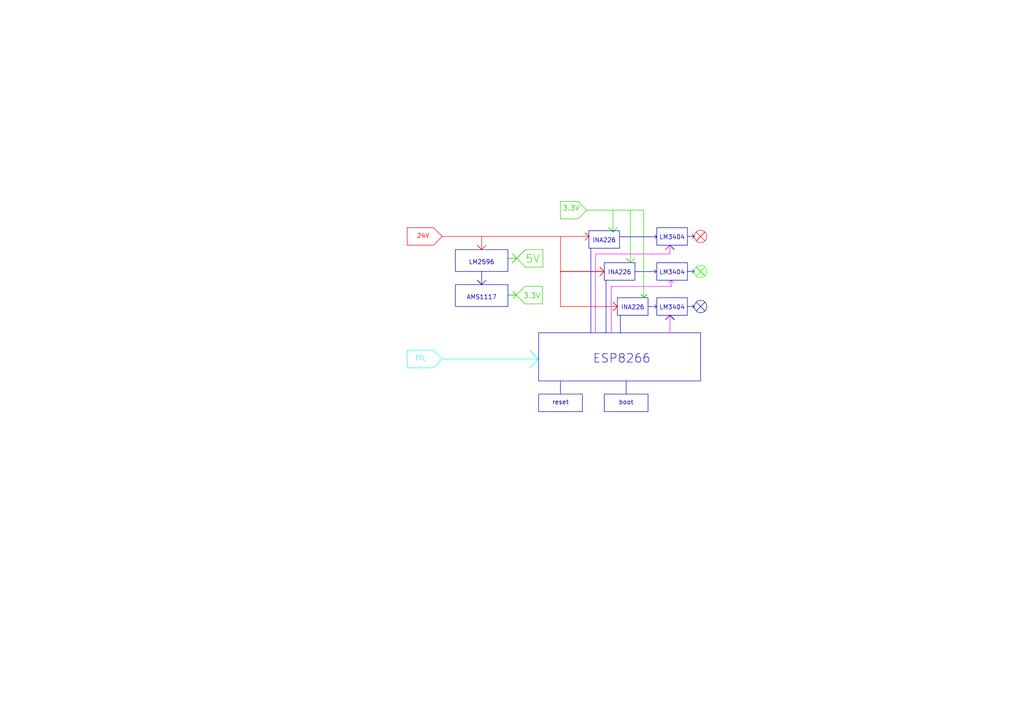
<source format=kicad_sch>
(kicad_sch
	(version 20231120)
	(generator "eeschema")
	(generator_version "8.0")
	(uuid "b067b27b-4d22-4b91-821e-de3546a7db77")
	(paper "A4")
	(lib_symbols)
	(polyline
		(pts
			(xy 199.39 88.9) (xy 201.296 88.9)
		)
		(stroke
			(width 0)
			(type default)
		)
		(uuid "0015404b-9b9c-4541-9f08-7136fda7c6e3")
	)
	(polyline
		(pts
			(xy 147.3718 85.5927) (xy 147.3545 85.5754)
		)
		(stroke
			(width 0)
			(type default)
			(color 39 209 0 1)
		)
		(uuid "009cb3dc-bc89-4872-9f53-0dfa6812c410")
	)
	(polyline
		(pts
			(xy 193.04 72.39) (xy 194.31 71.12)
		)
		(stroke
			(width 0)
			(type default)
			(color 255 0 251 1)
		)
		(uuid "00e04190-2cc8-4dda-b920-562922e31958")
	)
	(polyline
		(pts
			(xy 173.99 77.47) (xy 175.26 78.74)
		)
		(stroke
			(width 0)
			(type default)
			(color 255 0 0 1)
		)
		(uuid "026df80d-5b97-4dc3-a36a-db74dcc039bb")
	)
	(polyline
		(pts
			(xy 201.3051 68.5891) (xy 201.3051 68.5534)
		)
		(stroke
			(width 0)
			(type default)
		)
		(uuid "03c9f7af-f3c9-4bba-a9d8-a717560f846a")
	)
	(polyline
		(pts
			(xy 139.7 82.55) (xy 140.97 81.28)
		)
		(stroke
			(width 0)
			(type default)
		)
		(uuid "046ce44d-48a8-4543-afa2-b1bf371b6628")
	)
	(polyline
		(pts
			(xy 201.93 77.47) (xy 204.47 80.01)
		)
		(stroke
			(width 0)
			(type default)
			(color 28 255 0 1)
		)
		(uuid "05676ef0-0338-4eaa-b40d-b522f08ac808")
	)
	(polyline
		(pts
			(xy 201.3051 88.8734) (xy 200.8293 88.3976)
		)
		(stroke
			(width 0)
			(type default)
		)
		(uuid "0692708c-af54-4c7a-9bbe-998afadf18f4")
	)
	(polyline
		(pts
			(xy 171.3742 71.9618) (xy 171.3742 96.4442)
		)
		(stroke
			(width 0)
			(type default)
		)
		(uuid "09a89f4d-2694-4a7a-a814-3df0395123b0")
	)
	(polyline
		(pts
			(xy 118.11 66.04) (xy 125.73 66.04)
		)
		(stroke
			(width 0)
			(type default)
			(color 255 0 0 1)
		)
		(uuid "09d134df-173c-499b-a689-6fe0b6304339")
	)
	(polyline
		(pts
			(xy 200.8412 68.0776) (xy 201.3408 68.5772)
		)
		(stroke
			(width 0)
			(type default)
		)
		(uuid "09f9de97-9b6b-427c-b0ed-9ebc269ac733")
	)
	(polyline
		(pts
			(xy 181.61 74.93) (xy 182.88 76.2)
		)
		(stroke
			(width 0)
			(type default)
			(color 39 209 0 1)
		)
		(uuid "0cbf5477-5410-47eb-ab71-2e4bbcda2c1c")
	)
	(polyline
		(pts
			(xy 162.56 63.5) (xy 162.56 58.42)
		)
		(stroke
			(width 0)
			(type default)
			(color 39 209 0 1)
		)
		(uuid "0d33e50b-6caa-4d42-8a51-77c838436c1e")
	)
	(polyline
		(pts
			(xy 149.8131 85.5522) (xy 149.8131 85.5421)
		)
		(stroke
			(width 0)
			(type default)
			(color 39 209 0 1)
		)
		(uuid "0d7d9b00-e4cb-4e12-8407-aa2a7f57c375")
	)
	(polyline
		(pts
			(xy 149.7741 85.5927) (xy 147.3718 85.5927)
		)
		(stroke
			(width 0)
			(type default)
			(color 39 209 0 1)
		)
		(uuid "100f151a-2fb3-4153-ae4e-99660d012447")
	)
	(polyline
		(pts
			(xy 187.96 88.9) (xy 190.3767 88.9035)
		)
		(stroke
			(width 0)
			(type default)
		)
		(uuid "10aa401c-9b42-4c63-8315-2eeab1b8ce10")
	)
	(polyline
		(pts
			(xy 190.3623 78.7775) (xy 189.8865 79.2533)
		)
		(stroke
			(width 0)
			(type default)
		)
		(uuid "113cf28c-d7bd-457e-8f83-5e31141ca0ed")
	)
	(polyline
		(pts
			(xy 172.72 73.66) (xy 189.23 73.66)
		)
		(stroke
			(width 0)
			(type default)
			(color 255 0 251 1)
		)
		(uuid "120cf2cb-7953-4c9b-9ee2-42c4ba199933")
	)
	(polyline
		(pts
			(xy 128.27 68.58) (xy 125.73 71.12)
		)
		(stroke
			(width 0)
			(type default)
			(color 255 0 0 1)
		)
		(uuid "149085fa-5f89-4e85-85fb-dfa09d57da6e")
	)
	(polyline
		(pts
			(xy 128.27 68.58) (xy 170.8063 68.58)
		)
		(stroke
			(width 0)
			(type default)
			(color 255 0 0 1)
		)
		(uuid "186a56d4-ce63-4ba9-9ca3-ea68fec9164e")
	)
	(polyline
		(pts
			(xy 194.31 91.44) (xy 195.58 92.71)
		)
		(stroke
			(width 0)
			(type default)
		)
		(uuid "1a85c78e-f9d2-4b72-88aa-d4d222253c9e")
	)
	(polyline
		(pts
			(xy 194.31 91.44) (xy 195.58 92.71)
		)
		(stroke
			(width 0)
			(type default)
			(color 255 0 251 1)
		)
		(uuid "1bca622b-7654-4e52-a4ab-fbb4eeb5997a")
	)
	(polyline
		(pts
			(xy 186.7235 86.3081) (xy 186.7235 86.2217)
		)
		(stroke
			(width 0)
			(type default)
			(color 39 209 0 1)
		)
		(uuid "1c837764-9b9b-4483-99c8-12e4f5dea7dc")
	)
	(polyline
		(pts
			(xy 193.04 72.39) (xy 194.31 71.12)
		)
		(stroke
			(width 0)
			(type default)
			(color 255 0 251 1)
		)
		(uuid "1d69421d-3c0a-409b-a7cc-799bfc19f3b1")
	)
	(polyline
		(pts
			(xy 170.8201 68.5662) (xy 170.7927 68.5662)
		)
		(stroke
			(width 0)
			(type default)
			(color 255 0 0 1)
		)
		(uuid "1df9e527-5fef-4562-9119-278bec49f2c1")
	)
	(polyline
		(pts
			(xy 152.2743 83.058) (xy 157.3543 83.058)
		)
		(stroke
			(width 0)
			(type default)
			(color 39 209 0 1)
		)
		(uuid "1ef91e2c-09de-4eff-9ce7-f98f08bbb6fe")
	)
	(polyline
		(pts
			(xy 199.39 68.58) (xy 201.296 68.58)
		)
		(stroke
			(width 0)
			(type default)
		)
		(uuid "204c5610-ca92-43b6-bd4e-c70bfd6708d8")
	)
	(polyline
		(pts
			(xy 193.04 92.71) (xy 194.31 91.44)
		)
		(stroke
			(width 0)
			(type default)
		)
		(uuid "217fb29b-e566-444a-ac9a-61616ab54cc4")
	)
	(polyline
		(pts
			(xy 190.4807 68.6897) (xy 190.0049 69.1655)
		)
		(stroke
			(width 0)
			(type default)
		)
		(uuid "21866fa3-2918-4a40-805e-afae1d98e266")
	)
	(polyline
		(pts
			(xy 185.9803 85.3921) (xy 186.8272 86.239)
		)
		(stroke
			(width 0)
			(type default)
			(color 39 209 0 1)
		)
		(uuid "23825216-9c6d-4eb6-b479-3d0146296476")
	)
	(polyline
		(pts
			(xy 125.73 101.6) (xy 128.27 104.14)
		)
		(stroke
			(width 0)
			(type default)
			(color 20 255 252 1)
		)
		(uuid "23b0bfb5-c6d3-4e0e-bf4d-b8aad2a857f3")
	)
	(polyline
		(pts
			(xy 177.2885 96.4434) (xy 177.2885 83.103)
		)
		(stroke
			(width 0)
			(type default)
			(color 255 0 251 1)
		)
		(uuid "246bd227-6f24-4010-b3b6-6ee699ebd830")
	)
	(polyline
		(pts
			(xy 177.8 87.63) (xy 179.07 88.9)
		)
		(stroke
			(width 0)
			(type default)
			(color 255 0 0 1)
		)
		(uuid "24f0fbed-9190-435f-a03d-45d49866a330")
	)
	(polyline
		(pts
			(xy 162.56 87.63) (xy 162.56 88.9)
		)
		(stroke
			(width 0)
			(type default)
			(color 255 0 0 1)
		)
		(uuid "258073b7-c890-469e-92fa-ec56e04969a1")
	)
	(polyline
		(pts
			(xy 138.43 71.12) (xy 139.7 72.39)
		)
		(stroke
			(width 0)
			(type default)
			(color 255 0 0 1)
		)
		(uuid "2928d4f4-8531-41ad-a014-84ec59f2b5e8")
	)
	(polyline
		(pts
			(xy 201.3051 68.5534) (xy 200.8293 68.0776)
		)
		(stroke
			(width 0)
			(type default)
		)
		(uuid "2a29ef31-d343-407f-aa41-d126278d321b")
	)
	(polyline
		(pts
			(xy 153.67 101.6) (xy 156.21 104.14)
		)
		(stroke
			(width 0)
			(type default)
			(color 20 255 252 1)
		)
		(uuid "2aec61fd-442a-4425-8c9f-e880102c1d4e")
	)
	(polyline
		(pts
			(xy 148.9255 86.4934) (xy 148.9321 86.4934)
		)
		(stroke
			(width 0)
			(type default)
			(color 39 209 0 1)
		)
		(uuid "30b10665-ba67-482e-9dfe-1c128b75b673")
	)
	(polyline
		(pts
			(xy 177.8 67.31) (xy 179.07 66.04)
		)
		(stroke
			(width 0)
			(type default)
			(color 39 209 0 1)
		)
		(uuid "30df31dd-cbe7-4e7a-81ce-2ff5a4d90c51")
	)
	(polyline
		(pts
			(xy 175.7833 96.4843) (xy 175.2957 96.4843)
		)
		(stroke
			(width 0)
			(type default)
		)
		(uuid "3747b77d-98b5-47e6-9638-3325bfdd3752")
	)
	(polyline
		(pts
			(xy 184.2084 78.7565) (xy 190.3175 78.7565)
		)
		(stroke
			(width 0)
			(type default)
		)
		(uuid "37cc2f1f-6aaf-4df1-83ee-5687d2c585f2")
	)
	(polyline
		(pts
			(xy 152.4 72.39) (xy 157.48 72.39)
		)
		(stroke
			(width 0)
			(type default)
			(color 39 209 0 1)
		)
		(uuid "38228136-4909-4c0f-89e2-541b68e6a18c")
	)
	(polyline
		(pts
			(xy 152.4 77.47) (xy 157.48 77.47)
		)
		(stroke
			(width 0)
			(type default)
			(color 39 209 0 1)
		)
		(uuid "38a3a90e-e04c-4021-98fc-0f62580ad78a")
	)
	(polyline
		(pts
			(xy 173.99 77.47) (xy 175.26 78.74)
		)
		(stroke
			(width 0)
			(type default)
			(color 255 0 0 1)
		)
		(uuid "38c95dca-b738-4c41-a037-c1e873209582")
	)
	(polyline
		(pts
			(xy 201.93 69.85) (xy 204.47 67.31)
		)
		(stroke
			(width 0)
			(type default)
			(color 255 0 5 1)
		)
		(uuid "3a0af154-20cc-471b-9cc6-8489f0638a6f")
	)
	(polyline
		(pts
			(xy 139.7 72.39) (xy 140.97 71.12)
		)
		(stroke
			(width 0)
			(type default)
			(color 255 0 0 1)
		)
		(uuid "3c27aecf-58d5-47cb-8cc8-c836d0cff080")
	)
	(polyline
		(pts
			(xy 167.64 58.42) (xy 162.56 58.42)
		)
		(stroke
			(width 0)
			(type default)
			(color 39 209 0 1)
		)
		(uuid "3c55e7cb-b3c6-4d94-a649-7f380783f3f0")
	)
	(polyline
		(pts
			(xy 147.32 74.93) (xy 149.86 74.93)
		)
		(stroke
			(width 0)
			(type default)
			(color 39 209 0 1)
		)
		(uuid "3d2a24fe-d2d1-4139-88fe-574fd3c98991")
	)
	(polyline
		(pts
			(xy 186.8272 86.239) (xy 186.8272 86.1007)
		)
		(stroke
			(width 0)
			(type default)
			(color 39 209 0 1)
		)
		(uuid "3fe70d0d-2c28-4152-b1de-91ce1c7c2f95")
	)
	(polyline
		(pts
			(xy 177.2885 83.103) (xy 177.2995 83.092)
		)
		(stroke
			(width 0)
			(type default)
		)
		(uuid "4083cb2d-35a1-4bd9-804e-86140e884271")
	)
	(polyline
		(pts
			(xy 193.04 72.39) (xy 194.31 71.12)
		)
		(stroke
			(width 0)
			(type default)
			(color 255 0 251 1)
		)
		(uuid "408a4387-d13e-48c3-941a-4221ed826f0b")
	)
	(polyline
		(pts
			(xy 201.3408 68.601) (xy 200.865 69.0768)
		)
		(stroke
			(width 0)
			(type default)
		)
		(uuid "409c3d8c-a842-4762-9b62-b300b103b07d")
	)
	(polyline
		(pts
			(xy 149.86 74.93) (xy 152.4 72.39)
		)
		(stroke
			(width 0)
			(type default)
			(color 39 209 0 1)
		)
		(uuid "41340bbe-cef6-4a98-aafd-2d52b561d923")
	)
	(polyline
		(pts
			(xy 128.27 104.14) (xy 156.21 104.14)
		)
		(stroke
			(width 0)
			(type default)
			(color 20 255 252 1)
		)
		(uuid "42155fa3-3afd-42dc-8370-6a168c71db22")
	)
	(polyline
		(pts
			(xy 128.27 104.14) (xy 125.73 106.68)
		)
		(stroke
			(width 0)
			(type default)
			(color 20 255 252 1)
		)
		(uuid "428433f4-c1ae-4d48-9b15-3b136b688831")
	)
	(polyline
		(pts
			(xy 179.9289 96.5332) (xy 180.3268 96.5332)
		)
		(stroke
			(width 0)
			(type default)
		)
		(uuid "434aea48-6377-4737-863c-b58f1329ceff")
	)
	(polyline
		(pts
			(xy 162.56 78.74) (xy 175.26 78.74)
		)
		(stroke
			(width 0)
			(type default)
			(color 255 0 0 1)
		)
		(uuid "4432eafa-8988-4af9-9faa-c1e7cf600adf")
	)
	(polyline
		(pts
			(xy 149.8259 85.5754) (xy 149.8432 85.5581)
		)
		(stroke
			(width 0)
			(type default)
			(color 39 209 0 1)
		)
		(uuid "45ef357a-2241-40b2-bda0-cc22e0776321")
	)
	(polyline
		(pts
			(xy 186.7753 86.3254) (xy 186.7246 86.3254)
		)
		(stroke
			(width 0)
			(type default)
			(color 39 209 0 1)
		)
		(uuid "4834709e-fd1e-49f5-919d-4d2737eb653c")
	)
	(polyline
		(pts
			(xy 118.11 66.04) (xy 118.11 71.12)
		)
		(stroke
			(width 0)
			(type default)
			(color 255 0 0 1)
		)
		(uuid "48fb25a6-9b41-41b0-9bd0-5ecad6c88d3d")
	)
	(polyline
		(pts
			(xy 171.3742 96.4442) (xy 171.45 96.52)
		)
		(stroke
			(width 0)
			(type default)
		)
		(uuid "4900c0da-86bf-4337-86c1-64912c69609f")
	)
	(polyline
		(pts
			(xy 170.1223 67.9031) (xy 169.7343 67.5406)
		)
		(stroke
			(width 0)
			(type default)
			(color 255 0 0 1)
		)
		(uuid "491b0a75-be8c-4a8d-98d6-73ccc5d9b226")
	)
	(polyline
		(pts
			(xy 186.7246 86.3254) (xy 186.69 86.36)
		)
		(stroke
			(width 0)
			(type default)
			(color 39 209 0 1)
		)
		(uuid "4aee4c07-9aee-4ff9-bf01-22c2154d3362")
	)
	(polyline
		(pts
			(xy 125.73 66.04) (xy 128.27 68.58)
		)
		(stroke
			(width 0)
			(type default)
			(color 255 0 0 1)
		)
		(uuid "4ba9c0aa-0cee-475e-9466-75735bbbb5fb")
	)
	(polyline
		(pts
			(xy 194.31 71.12) (xy 194.31 73.66)
		)
		(stroke
			(width 0)
			(type default)
			(color 255 0 251 1)
		)
		(uuid "4c48d792-c796-4fdc-83f0-b401c9eaaab1")
	)
	(polyline
		(pts
			(xy 201.93 77.47) (xy 204.47 80.01)
		)
		(stroke
			(width 0)
			(type default)
			(color 28 255 0 1)
		)
		(uuid "4c4aca68-2f88-4577-b3f9-49b370f4aeb5")
	)
	(polyline
		(pts
			(xy 182.88 60.96) (xy 182.88 76.2)
		)
		(stroke
			(width 0)
			(type default)
			(color 39 209 0 1)
		)
		(uuid "4f42b137-9064-4223-bfc6-3aa90f7fbf5d")
	)
	(polyline
		(pts
			(xy 187.553 85.3749) (xy 187.553 85.5477)
		)
		(stroke
			(width 0)
			(type default)
			(color 39 209 0 1)
		)
		(uuid "4fa6ba59-6ed5-44e9-8bb5-194987678b4e")
	)
	(polyline
		(pts
			(xy 138.43 71.12) (xy 139.7 72.39)
		)
		(stroke
			(width 0)
			(type default)
			(color 255 0 0 1)
		)
		(uuid "501754af-14ed-40b4-81d9-4a116e7f67f3")
	)
	(polyline
		(pts
			(xy 177.2995 83.092) (xy 194.6353 83.092)
		)
		(stroke
			(width 0)
			(type default)
			(color 255 0 251 1)
		)
		(uuid "51196e27-7cb2-4c12-8cec-2530302cd753")
	)
	(polyline
		(pts
			(xy 201.93 80.01) (xy 204.47 77.47)
		)
		(stroke
			(width 0)
			(type default)
			(color 28 255 0 1)
		)
		(uuid "5189a8fa-69b1-434b-91c0-73593d7981a6")
	)
	(polyline
		(pts
			(xy 193.8887 81.9882) (xy 194.6321 81.2448)
		)
		(stroke
			(width 0)
			(type default)
			(color 255 0 251 1)
		)
		(uuid "5366ace8-26f9-4d87-a211-5889107db231")
	)
	(polyline
		(pts
			(xy 172.72 73.66) (xy 172.72 96.52)
		)
		(stroke
			(width 0)
			(type default)
			(color 255 0 251 1)
		)
		(uuid "579241ca-721f-4304-a677-57eaff41ee9a")
	)
	(polyline
		(pts
			(xy 139.7 68.58) (xy 139.7 72.39)
		)
		(stroke
			(width 0)
			(type default)
			(color 255 0 0 1)
		)
		(uuid "5af93a71-6ce6-4fa1-b243-939d2a968717")
	)
	(polyline
		(pts
			(xy 194.31 91.44) (xy 194.31 96.52)
		)
		(stroke
			(width 0)
			(type default)
			(color 255 0 251 1)
		)
		(uuid "5cc264a0-d8b7-49a1-8001-48af293b8991")
	)
	(polyline
		(pts
			(xy 201.3051 78.7134) (xy 200.8293 78.2376)
		)
		(stroke
			(width 0)
			(type default)
		)
		(uuid "5d69f75e-ee05-4882-90bc-449a8580f972")
	)
	(polyline
		(pts
			(xy 170.7926 68.5662) (xy 170.7926 68.6282)
		)
		(stroke
			(width 0)
			(type default)
			(color 255 0 0 1)
		)
		(uuid "5f478f69-a8c6-4075-be96-6180ae51a637")
	)
	(polyline
		(pts
			(xy 162.56 110.49) (xy 162.56 114.3)
		)
		(stroke
			(width 0)
			(type default)
		)
		(uuid "60943e8f-7c6a-4231-b448-38527dc27cd0")
	)
	(polyline
		(pts
			(xy 162.56 78.74) (xy 162.56 87.63)
		)
		(stroke
			(width 0)
			(type default)
			(color 255 0 0 1)
		)
		(uuid "611bdb70-2014-4405-ab98-f302f0788065")
	)
	(polyline
		(pts
			(xy 194.6353 83.092) (xy 194.6404 83.0869)
		)
		(stroke
			(width 0)
			(type default)
		)
		(uuid "634463dc-7043-4d39-a4b9-945825455881")
	)
	(polyline
		(pts
			(xy 186.69 86.2746) (xy 186.7235 86.3081)
		)
		(stroke
			(width 0)
			(type default)
			(color 39 209 0 1)
		)
		(uuid "64373504-5e00-4561-8e01-a3979868125d")
	)
	(polyline
		(pts
			(xy 200.8531 69.0768) (xy 200.865 69.0768)
		)
		(stroke
			(width 0)
			(type default)
		)
		(uuid "6642cb24-5197-46c6-96ab-0471d9e85739")
	)
	(polyline
		(pts
			(xy 194.6404 81.2943) (xy 194.5495 81.2943)
		)
		(stroke
			(width 0)
			(type default)
		)
		(uuid "6809dc85-d29a-4807-a14a-42c4b104a015")
	)
	(polyline
		(pts
			(xy 148.8317 84.6077) (xy 149.8097 85.5857)
		)
		(stroke
			(width 0)
			(type default)
			(color 39 209 0 1)
		)
		(uuid "68c67bcf-35df-4d0b-9d35-aa58e767fb04")
	)
	(polyline
		(pts
			(xy 201.296 68.58) (xy 201.3051 68.5891)
		)
		(stroke
			(width 0)
			(type default)
		)
		(uuid "6dd82bdf-e0a7-46c8-9edf-8e633fd736cd")
	)
	(polyline
		(pts
			(xy 194.31 71.12) (xy 195.58 72.39)
		)
		(stroke
			(width 0)
			(type default)
			(color 255 0 251 1)
		)
		(uuid "6e86aa05-4681-4747-bbb0-3bce67fb7c67")
	)
	(polyline
		(pts
			(xy 179.9289 91.5178) (xy 179.9289 96.5332)
		)
		(stroke
			(width 0)
			(type default)
		)
		(uuid "6f6d5089-8a25-4659-a3e9-9765de6d8eab")
	)
	(polyline
		(pts
			(xy 185.8939 85.3921) (xy 185.9803 85.3921)
		)
		(stroke
			(width 0)
			(type default)
			(color 39 209 0 1)
		)
		(uuid "73b64ce8-a5f0-4d92-8f8f-b039356b7055")
	)
	(polyline
		(pts
			(xy 153.67 101.6) (xy 156.21 104.14)
		)
		(stroke
			(width 0)
			(type default)
			(color 20 255 252 1)
		)
		(uuid "73fd2f9b-9539-4348-8db4-70dea29e1878")
	)
	(polyline
		(pts
			(xy 193.04 92.71) (xy 194.31 91.44)
		)
		(stroke
			(width 0)
			(type default)
			(color 255 0 251 1)
		)
		(uuid "74394217-bfec-4818-a24f-2763b283e1c4")
	)
	(polyline
		(pts
			(xy 194.6569 81.2448) (xy 195.3673 81.9552)
		)
		(stroke
			(width 0)
			(type default)
			(color 255 0 251 1)
		)
		(uuid "75232fd9-b0b8-420f-9711-c30b8b7b3976")
	)
	(polyline
		(pts
			(xy 177.8 60.96) (xy 177.8 67.31)
		)
		(stroke
			(width 0)
			(type default)
			(color 39 209 0 1)
		)
		(uuid "75908828-4edf-48f8-a949-eeee8d776c38")
	)
	(polyline
		(pts
			(xy 170.18 60.96) (xy 167.64 58.42)
		)
		(stroke
			(width 0)
			(type default)
			(color 39 209 0 1)
		)
		(uuid "77a9c8ce-34d1-46ae-a23f-f72d7ccb500a")
	)
	(polyline
		(pts
			(xy 201.93 77.47) (xy 204.47 80.01)
		)
		(stroke
			(width 0)
			(type default)
			(color 28 255 0 1)
		)
		(uuid "77fbdfd7-66cc-4350-bd67-5dfb34054655")
	)
	(polyline
		(pts
			(xy 148.59 76.2) (xy 149.86 74.93)
		)
		(stroke
			(width 0)
			(type default)
			(color 39 209 0 1)
		)
		(uuid "7d60b7da-5256-4df4-bbf3-d59598e354c1")
	)
	(polyline
		(pts
			(xy 138.43 81.28) (xy 139.7 82.55)
		)
		(stroke
			(width 0)
			(type default)
		)
		(uuid "7f0eae55-4f01-4f11-bba8-26a9e7aa1d14")
	)
	(polyline
		(pts
			(xy 194.31 91.44) (xy 195.58 92.71)
		)
		(stroke
			(width 0)
			(type default)
		)
		(uuid "81184eb3-5fac-4a0f-8136-7a50e3d274db")
	)
	(polyline
		(pts
			(xy 170.8424 68.5944) (xy 169.9351 69.4441)
		)
		(stroke
			(width 0)
			(type default)
			(color 255 0 0 1)
		)
		(uuid "879d6688-c755-426a-a24d-81c58a28cd6c")
	)
	(polyline
		(pts
			(xy 180.3268 96.5332) (xy 180.34 96.52)
		)
		(stroke
			(width 0)
			(type default)
		)
		(uuid "8b7803f0-b142-4cae-b69a-afea43151b0b")
	)
	(polyline
		(pts
			(xy 148.59 73.66) (xy 149.86 74.93)
		)
		(stroke
			(width 0)
			(type default)
			(color 39 209 0 1)
		)
		(uuid "8bb3492a-4858-42f9-99b5-47b7662f1b78")
	)
	(polyline
		(pts
			(xy 177.8 90.17) (xy 179.07 88.9)
		)
		(stroke
			(width 0)
			(type default)
			(color 255 0 0 1)
		)
		(uuid "8c27a201-617c-4346-b547-f9cb64bcb778")
	)
	(polyline
		(pts
			(xy 194.31 91.44) (xy 195.58 92.71)
		)
		(stroke
			(width 0)
			(type default)
			(color 255 0 251 1)
		)
		(uuid "8ec7021c-1813-4cd1-8bb5-4136fffe42b7")
	)
	(polyline
		(pts
			(xy 186.8272 86.1007) (xy 187.553 85.3749)
		)
		(stroke
			(width 0)
			(type default)
			(color 39 209 0 1)
		)
		(uuid "90d82ac5-8bf4-449a-b783-b4b1abb38f1d")
	)
	(polyline
		(pts
			(xy 175.7779 81.292) (xy 175.7779 96.4789)
		)
		(stroke
			(width 0)
			(type default)
		)
		(uuid "90f60b86-1366-4ee0-961c-98d3b6507f3a")
	)
	(polyline
		(pts
			(xy 187.553 85.5477) (xy 186.7753 86.3254)
		)
		(stroke
			(width 0)
			(type default)
			(color 39 209 0 1)
		)
		(uuid "91b6bb64-09e1-4061-9675-466e3340da7b")
	)
	(polyline
		(pts
			(xy 201.93 90.17) (xy 204.47 87.63)
		)
		(stroke
			(width 0)
			(type default)
		)
		(uuid "9322bdd0-24e9-4307-a05c-ff792b849a88")
	)
	(polyline
		(pts
			(xy 169.7343 67.5406) (xy 170.7926 68.5662)
		)
		(stroke
			(width 0)
			(type default)
			(color 255 0 0 1)
		)
		(uuid "93ac8e50-4f23-45a8-843d-f703256a1f90")
	)
	(polyline
		(pts
			(xy 167.64 63.5) (xy 162.56 63.5)
		)
		(stroke
			(width 0)
			(type default)
			(color 39 209 0 1)
		)
		(uuid "9a7ef842-1018-4fd6-80b3-974933c35d90")
	)
	(polyline
		(pts
			(xy 194.31 91.44) (xy 195.58 92.71)
		)
		(stroke
			(width 0)
			(type default)
		)
		(uuid "9a96a598-bfab-4f6e-a4db-efb0f2a009c1")
	)
	(polyline
		(pts
			(xy 139.7 78.74) (xy 139.7 82.55)
		)
		(stroke
			(width 0)
			(type default)
		)
		(uuid "9ae7e0bb-bac3-4731-9cc0-4a54782438db")
	)
	(polyline
		(pts
			(xy 194.31 91.44) (xy 195.58 92.71)
		)
		(stroke
			(width 0)
			(type default)
			(color 255 0 251 1)
		)
		(uuid "9b4d22bd-2444-4b27-af72-411d321863b4")
	)
	(polyline
		(pts
			(xy 201.3408 68.5772) (xy 201.3408 68.601)
		)
		(stroke
			(width 0)
			(type default)
		)
		(uuid "9cbc036f-67b4-434c-8a49-dfb00813af78")
	)
	(polyline
		(pts
			(xy 177.8 90.17) (xy 179.07 88.9)
		)
		(stroke
			(width 0)
			(type default)
			(color 255 0 0 1)
		)
		(uuid "9d11bd7d-6438-44fa-b442-68c401694f8b")
	)
	(polyline
		(pts
			(xy 175.2957 96.4843) (xy 175.26 96.52)
		)
		(stroke
			(width 0)
			(type default)
		)
		(uuid "9d18e6f0-f7cc-4d7c-a9dc-adc947afe146")
	)
	(polyline
		(pts
			(xy 148.8317 84.5607) (xy 148.8317 84.6077)
		)
		(stroke
			(width 0)
			(type default)
			(color 39 209 0 1)
		)
		(uuid "9e05a5a3-138e-4f5b-8050-24112d2ffbc0")
	)
	(polyline
		(pts
			(xy 149.86 74.93) (xy 152.4 72.39)
		)
		(stroke
			(width 0)
			(type default)
			(color 39 209 0 1)
		)
		(uuid "a2e13342-a891-4c05-be88-42635e3718f2")
	)
	(polyline
		(pts
			(xy 147.32 74.93) (xy 149.86 74.93)
		)
		(stroke
			(width 0)
			(type default)
			(color 39 209 0 1)
		)
		(uuid "a2f8f384-46d0-48b4-b082-0d76788c341d")
	)
	(polyline
		(pts
			(xy 176.53 66.04) (xy 177.8 67.31)
		)
		(stroke
			(width 0)
			(type default)
			(color 39 209 0 1)
		)
		(uuid "a5d3bbf7-b80c-414b-8503-6cc8dae14102")
	)
	(polyline
		(pts
			(xy 194.31 91.44) (xy 195.58 92.71)
		)
		(stroke
			(width 0)
			(type default)
		)
		(uuid "a783d3c6-4cbe-4709-88c5-c8b992fea3ff")
	)
	(polyline
		(pts
			(xy 162.56 88.9) (xy 179.07 88.9)
		)
		(stroke
			(width 0)
			(type default)
			(color 255 0 0 1)
		)
		(uuid "a80ad5ac-2f62-44e2-bc1d-2e1b6b4298c0")
	)
	(polyline
		(pts
			(xy 149.86 74.93) (xy 152.4 77.47)
		)
		(stroke
			(width 0)
			(type default)
			(color 39 209 0 1)
		)
		(uuid "a85b77b4-c6a9-486b-9561-f70a08b42141")
	)
	(polyline
		(pts
			(xy 190.3858 88.8769) (xy 189.91 88.4011)
		)
		(stroke
			(width 0)
			(type default)
		)
		(uuid "ab840409-57af-43a2-8f23-452b22c31dc3")
	)
	(polyline
		(pts
			(xy 157.48 72.39) (xy 157.48 77.47)
		)
		(stroke
			(width 0)
			(type default)
			(color 39 209 0 1)
		)
		(uuid "b099f11f-5a7c-4707-9017-ffb79403a50f")
	)
	(polyline
		(pts
			(xy 118.11 101.6) (xy 125.73 101.6)
		)
		(stroke
			(width 0)
			(type default)
			(color 20 255 252 1)
		)
		(uuid "b38927e3-f845-4dda-8993-c75280ddd34e")
	)
	(polyline
		(pts
			(xy 201.93 77.47) (xy 204.47 80.01)
		)
		(stroke
			(width 0)
			(type default)
			(color 28 255 0 1)
		)
		(uuid "b49e9444-2203-4b57-be88-cb7d7e700381")
	)
	(polyline
		(pts
			(xy 194.31 71.12) (xy 195.58 72.39)
		)
		(stroke
			(width 0)
			(type default)
		)
		(uuid "b5150f9a-f806-4beb-ba15-1aade9d8dd71")
	)
	(polyline
		(pts
			(xy 175.7779 96.4789) (xy 175.7833 96.4843)
		)
		(stroke
			(width 0)
			(type default)
		)
		(uuid "b5fb4fc8-5d1f-4bcb-ac7c-f8cff53ea735")
	)
	(polyline
		(pts
			(xy 201.93 67.31) (xy 204.47 69.85)
		)
		(stroke
			(width 0)
			(type default)
			(color 255 14 0 1)
		)
		(uuid "b6427986-5ff3-49e6-87db-413a97198eb8")
	)
	(polyline
		(pts
			(xy 170.7927 68.5662) (xy 170.1223 67.9031)
		)
		(stroke
			(width 0)
			(type default)
			(color 255 0 0 1)
		)
		(uuid "b9276085-21e5-478b-98d5-090d0c78bbe6")
	)
	(polyline
		(pts
			(xy 176.53 66.04) (xy 177.8 67.31)
		)
		(stroke
			(width 0)
			(type default)
			(color 39 209 0 1)
		)
		(uuid "b9386594-c2ae-4fe7-a14c-10c3d6f65ed6")
	)
	(polyline
		(pts
			(xy 201.3408 78.761) (xy 200.865 79.2368)
		)
		(stroke
			(width 0)
			(type default)
		)
		(uuid "bbf7487d-3073-4163-ac97-2d98b23cbc6d")
	)
	(polyline
		(pts
			(xy 190.445 68.6421) (xy 189.9692 68.1663)
		)
		(stroke
			(width 0)
			(type default)
		)
		(uuid "bd78c7d0-6012-44b2-9a1a-3a801475355a")
	)
	(polyline
		(pts
			(xy 201.3408 88.921) (xy 200.865 89.3968)
		)
		(stroke
			(width 0)
			(type default)
		)
		(uuid "bf0664b0-4206-4876-8d40-26446d97435e")
	)
	(polyline
		(pts
			(xy 181.61 74.93) (xy 182.88 76.2)
		)
		(stroke
			(width 0)
			(type default)
			(color 39 209 0 1)
		)
		(uuid "c052b4e9-6151-425e-a138-8db0812b4d24")
	)
	(polyline
		(pts
			(xy 170.18 60.96) (xy 167.64 63.5)
		)
		(stroke
			(width 0)
			(type default)
			(color 39 209 0 1)
		)
		(uuid "c1040d8e-5ed0-4313-ae5e-f4f21d0df723")
	)
	(polyline
		(pts
			(xy 149.7343 85.598) (xy 152.2743 88.138)
		)
		(stroke
			(width 0)
			(type default)
			(color 39 209 0 1)
		)
		(uuid "c2f239d0-a630-4ef3-9580-514ea75c3032")
	)
	(polyline
		(pts
			(xy 190.3266 78.7299) (xy 189.8508 78.2541)
		)
		(stroke
			(width 0)
			(type default)
		)
		(uuid "c3e886b2-e820-4d97-9097-2fbc4a053f92")
	)
	(polyline
		(pts
			(xy 118.11 106.68) (xy 125.73 106.68)
		)
		(stroke
			(width 0)
			(type default)
			(color 20 255 252 1)
		)
		(uuid "c40a2b37-e09b-4aa7-8333-5f3a8ac9f20a")
	)
	(polyline
		(pts
			(xy 190.4215 88.9245) (xy 189.9457 89.4003)
		)
		(stroke
			(width 0)
			(type default)
		)
		(uuid "c41d9ec6-702d-4a27-8969-ca3b39c0817c")
	)
	(polyline
		(pts
			(xy 201.93 69.85) (xy 204.47 67.31)
		)
		(stroke
			(width 0)
			(type default)
			(color 255 0 5 1)
		)
		(uuid "c532003a-cb2f-4e70-a3db-b2b1722f9618")
	)
	(polyline
		(pts
			(xy 169.9351 69.4441) (xy 169.6716 69.711)
		)
		(stroke
			(width 0)
			(type default)
			(color 255 0 0 1)
		)
		(uuid "c874e649-5e9d-4192-aa0a-a698bb46d0bd")
	)
	(polyline
		(pts
			(xy 200.8293 68.0776) (xy 200.8412 68.0776)
		)
		(stroke
			(width 0)
			(type default)
		)
		(uuid "cad38a96-a52e-401e-9485-2bb07d7ec1e3")
	)
	(polyline
		(pts
			(xy 149.7343 85.598) (xy 152.2743 83.058)
		)
		(stroke
			(width 0)
			(type default)
			(color 39 209 0 1)
		)
		(uuid "cc55eb8a-89e6-4dc1-ad3f-5100939b52be")
	)
	(polyline
		(pts
			(xy 138.43 81.28) (xy 139.7 82.55)
		)
		(stroke
			(width 0)
			(type default)
		)
		(uuid "cc90cbfe-cfd0-4d9f-8547-29cf8b268432")
	)
	(polyline
		(pts
			(xy 149.8064 85.6091) (xy 149.8064 85.6125)
		)
		(stroke
			(width 0)
			(type default)
			(color 39 209 0 1)
		)
		(uuid "ce4c38ab-2581-4379-86fc-e4e81ae6a4ef")
	)
	(polyline
		(pts
			(xy 173.99 80.01) (xy 175.26 78.74)
		)
		(stroke
			(width 0)
			(type default)
			(color 255 0 0 1)
		)
		(uuid "cfb1ee0a-3aa4-474d-beac-52e7bce412b7")
	)
	(polyline
		(pts
			(xy 157.3543 83.058) (xy 157.3543 88.138)
		)
		(stroke
			(width 0)
			(type default)
			(color 39 209 0 1)
		)
		(uuid "cfb934c2-9d85-4f5f-b479-da4021625c27")
	)
	(polyline
		(pts
			(xy 118.11 71.12) (xy 125.73 71.12)
		)
		(stroke
			(width 0)
			(type default)
			(color 255 0 0 1)
		)
		(uuid "d17b6f5e-a4ca-4743-aca3-a873d04763bf")
	)
	(polyline
		(pts
			(xy 162.56 78.74) (xy 175.26 78.74)
		)
		(stroke
			(width 0)
			(type default)
			(color 255 0 0 1)
		)
		(uuid "d35b6e6d-5116-40dc-97af-01e60dd6df53")
	)
	(polyline
		(pts
			(xy 148.59 76.2) (xy 149.86 74.93)
		)
		(stroke
			(width 0)
			(type default)
			(color 39 209 0 1)
		)
		(uuid "d4798f3f-8c3f-4b94-a6ff-23c266ac5494")
	)
	(polyline
		(pts
			(xy 148.9321 86.4934) (xy 148.969 86.4565)
		)
		(stroke
			(width 0)
			(type default)
			(color 39 209 0 1)
		)
		(uuid "d619dbfe-607d-49be-8467-fdf41adb8139")
	)
	(polyline
		(pts
			(xy 201.93 77.47) (xy 204.47 80.01)
		)
		(stroke
			(width 0)
			(type default)
			(color 28 255 0 1)
		)
		(uuid "d699ef60-4fbc-453c-8b01-881b1a1ff460")
	)
	(polyline
		(pts
			(xy 170.18 60.96) (xy 186.69 60.96)
		)
		(stroke
			(width 0)
			(type default)
			(color 39 209 0 1)
		)
		(uuid "da469dff-0f07-496f-aca5-3ed3cfcccfd2")
	)
	(polyline
		(pts
			(xy 186.7235 86.2217) (xy 185.8939 85.3921)
		)
		(stroke
			(width 0)
			(type default)
			(color 39 209 0 1)
		)
		(uuid "daf0df9a-62e0-47e2-a0d6-e7a490104da2")
	)
	(polyline
		(pts
			(xy 148.59 73.66) (xy 149.86 74.93)
		)
		(stroke
			(width 0)
			(type default)
			(color 39 209 0 1)
		)
		(uuid "ddc03731-6172-4e60-94c8-7dd4b307d94f")
	)
	(polyline
		(pts
			(xy 173.99 80.01) (xy 175.26 78.74)
		)
		(stroke
			(width 0)
			(type default)
			(color 255 0 0 1)
		)
		(uuid "e2f1d320-c3aa-43a0-a06a-e48b680da97f")
	)
	(polyline
		(pts
			(xy 118.11 101.6) (xy 118.11 106.68)
		)
		(stroke
			(width 0)
			(type default)
			(color 20 255 252 1)
		)
		(uuid "e3de0a91-9cb8-44e7-a3ed-f51eefdc3e5b")
	)
	(polyline
		(pts
			(xy 170.8063 68.58) (xy 170.8201 68.5662)
		)
		(stroke
			(width 0)
			(type default)
			(color 255 0 0 1)
		)
		(uuid "e569fb34-dbaf-4809-bd7f-945cfdeb5db5")
	)
	(polyline
		(pts
			(xy 153.67 106.68) (xy 156.21 104.14)
		)
		(stroke
			(width 0)
			(type default)
			(color 20 255 252 1)
		)
		(uuid "e6644492-7303-4219-a63f-08645ecf2e5e")
	)
	(polyline
		(pts
			(xy 149.8131 85.5421) (xy 148.8317 84.5607)
		)
		(stroke
			(width 0)
			(type default)
			(color 39 209 0 1)
		)
		(uuid "e90847e4-95c2-4d0a-9905-80f78a2ab3b8")
	)
	(polyline
		(pts
			(xy 177.8 87.63) (xy 179.07 88.9)
		)
		(stroke
			(width 0)
			(type default)
			(color 255 0 0 1)
		)
		(uuid "e9b125e6-5d47-48f8-ba7d-cab73b5cc3fb")
	)
	(polyline
		(pts
			(xy 194.6321 81.2448) (xy 194.6569 81.2448)
		)
		(stroke
			(width 0)
			(type default)
		)
		(uuid "ed730fd1-6d1a-4b0f-b058-bb22d6762af7")
	)
	(polyline
		(pts
			(xy 189.23 73.66) (xy 194.31 73.66)
		)
		(stroke
			(width 0)
			(type default)
			(color 255 0 251 1)
		)
		(uuid "eed6bd32-1532-4f37-a2c8-f37bfba6b4d4")
	)
	(polyline
		(pts
			(xy 162.56 68.58) (xy 162.56 78.74)
		)
		(stroke
			(width 0)
			(type default)
			(color 255 0 0 1)
		)
		(uuid "eef33fe5-c25c-4682-a6bd-e41d2de4db85")
	)
	(polyline
		(pts
			(xy 186.69 60.96) (xy 186.69 86.2746)
		)
		(stroke
			(width 0)
			(type default)
			(color 39 209 0 1)
		)
		(uuid "f0b7d6b7-3bc1-4f00-a129-1c6f91a56484")
	)
	(polyline
		(pts
			(xy 179.7093 68.6687) (xy 190.4359 68.6687)
		)
		(stroke
			(width 0)
			(type default)
		)
		(uuid "f0cd02a0-79b1-4f0d-b3c2-01f15ab2bfc1")
	)
	(polyline
		(pts
			(xy 181.61 110.49) (xy 181.61 114.3)
		)
		(stroke
			(width 0)
			(type default)
		)
		(uuid "f318f723-20d6-446e-8292-97b5ae589bd5")
	)
	(polyline
		(pts
			(xy 199.39 78.74) (xy 201.296 78.74)
		)
		(stroke
			(width 0)
			(type default)
		)
		(uuid "f547ca8a-1b7f-4dbb-b920-ea9df49ee2c8")
	)
	(polyline
		(pts
			(xy 194.6404 81.2943) (xy 194.6404 83.0869)
		)
		(stroke
			(width 0)
			(type default)
			(color 255 0 251 1)
		)
		(uuid "f9857c5a-af1c-4ed9-a4cc-f4b08af99185")
	)
	(polyline
		(pts
			(xy 182.88 76.2) (xy 184.15 74.93)
		)
		(stroke
			(width 0)
			(type default)
			(color 39 209 0 1)
		)
		(uuid "f98bbecb-5019-4349-bc52-e72034aac390")
	)
	(polyline
		(pts
			(xy 147.3545 85.5754) (xy 149.8259 85.5754)
		)
		(stroke
			(width 0)
			(type default)
			(color 39 209 0 1)
		)
		(uuid "f9de9fcd-adda-4369-a579-610f43491a14")
	)
	(polyline
		(pts
			(xy 152.2743 88.138) (xy 157.3543 88.138)
		)
		(stroke
			(width 0)
			(type default)
			(color 39 209 0 1)
		)
		(uuid "fb8a7bb3-16ca-48e5-9426-aed326883285")
	)
	(polyline
		(pts
			(xy 201.93 87.63) (xy 204.47 90.17)
		)
		(stroke
			(width 0)
			(type default)
		)
		(uuid "fc4735b7-3ab4-4aee-8577-0b716e2c22e4")
	)
	(polyline
		(pts
			(xy 149.8064 85.6125) (xy 148.9255 86.4934)
		)
		(stroke
			(width 0)
			(type default)
			(color 39 209 0 1)
		)
		(uuid "fc92468a-311a-49b0-b491-c7e302a18f21")
	)
	(rectangle
		(start 132.08 82.55)
		(end 147.32 88.9)
		(stroke
			(width 0)
			(type default)
		)
		(fill
			(type none)
		)
		(uuid 14e9a16f-1dfa-4d1e-9b88-fc64fa8401f4)
	)
	(rectangle
		(start 175.26 76.2)
		(end 184.15 81.28)
		(stroke
			(width 0)
			(type default)
		)
		(fill
			(type none)
		)
		(uuid 14f04d6f-e5ed-43ac-b407-8cad66c9aae5)
	)
	(circle
		(center 203.2 68.58)
		(radius 1.7961)
		(stroke
			(width 0)
			(type default)
			(color 255 0 5 1)
		)
		(fill
			(type none)
		)
		(uuid 2a3d5580-5791-4122-9f45-e37e7f434765)
	)
	(circle
		(center 203.2 78.74)
		(radius 1.7961)
		(stroke
			(width 0)
			(type default)
			(color 28 255 0 1)
		)
		(fill
			(type none)
		)
		(uuid 3f56d91f-6244-4835-bfed-3af1b8a258d6)
	)
	(rectangle
		(start 190.5 66.04)
		(end 199.39 71.12)
		(stroke
			(width 0)
			(type default)
		)
		(fill
			(type none)
		)
		(uuid 53f5a3e0-695a-4ae4-bf1a-6c2f2967910a)
	)
	(rectangle
		(start 175.26 114.3)
		(end 187.96 119.38)
		(stroke
			(width 0)
			(type default)
		)
		(fill
			(type none)
		)
		(uuid 59e2cac1-2ce2-4b57-8793-0835495bf4b1)
	)
	(rectangle
		(start 190.5 76.2)
		(end 199.39 81.28)
		(stroke
			(width 0)
			(type default)
		)
		(fill
			(type none)
		)
		(uuid 661ef14f-9032-41a7-bef1-f0c6a76950d9)
	)
	(rectangle
		(start 132.08 72.39)
		(end 147.32 78.74)
		(stroke
			(width 0)
			(type default)
		)
		(fill
			(type none)
		)
		(uuid 695b76b2-3112-42c4-be57-535015dd63fa)
	)
	(rectangle
		(start 156.21 96.52)
		(end 203.2 110.49)
		(stroke
			(width 0)
			(type default)
		)
		(fill
			(type none)
		)
		(uuid b0b25478-f5e5-49ff-a992-e6441f53d9d7)
	)
	(circle
		(center 203.2 88.9)
		(radius 1.7961)
		(stroke
			(width 0)
			(type default)
		)
		(fill
			(type none)
		)
		(uuid bc1372f6-4a17-4300-845b-2d9b7ec8b58f)
	)
	(rectangle
		(start 179.07 86.36)
		(end 187.96 91.44)
		(stroke
			(width 0)
			(type default)
		)
		(fill
			(type none)
		)
		(uuid c26e0502-0cee-4811-96be-46103ef316c2)
	)
	(rectangle
		(start 170.8084 66.9195)
		(end 179.6984 71.9995)
		(stroke
			(width 0)
			(type default)
		)
		(fill
			(type none)
		)
		(uuid d4b94c4b-1347-4171-b219-af693296993c)
	)
	(rectangle
		(start 190.5 86.36)
		(end 199.39 91.44)
		(stroke
			(width 0)
			(type default)
		)
		(fill
			(type none)
		)
		(uuid e529bc76-0600-4aa9-a249-9d930f0d57ba)
	)
	(rectangle
		(start 156.21 114.3)
		(end 168.91 119.38)
		(stroke
			(width 0)
			(type default)
		)
		(fill
			(type none)
		)
		(uuid eba0e832-9ba9-4388-b2c1-792d5c5cf11e)
	)
	(text "AMS1117"
		(exclude_from_sim no)
		(at 139.7 86.36 0)
		(effects
			(font
				(size 1.27 1.27)
			)
		)
		(uuid "144b30f1-5a68-4766-bff9-a6e6771655c8")
	)
	(text "TTL"
		(exclude_from_sim no)
		(at 121.92 104.14 0)
		(effects
			(font
				(size 1.27 1.27)
				(color 30 235 255 1)
			)
		)
		(uuid "1515568a-5988-4ebe-9ccb-e28f4605a882")
	)
	(text "LM3404"
		(exclude_from_sim no)
		(at 194.9516 79.1305 0)
		(effects
			(font
				(size 1.27 1.27)
			)
		)
		(uuid "27518902-741f-48ab-a3a2-5084530361ab")
	)
	(text "LM3404"
		(exclude_from_sim no)
		(at 194.9516 68.9705 0)
		(effects
			(font
				(size 1.27 1.27)
			)
		)
		(uuid "29a0db62-2a5b-4f7f-bf58-da63f4b72a25")
	)
	(text "reset"
		(exclude_from_sim no)
		(at 162.56 116.84 0)
		(effects
			(font
				(size 1.27 1.27)
			)
		)
		(uuid "6bb1b57f-63e2-4ba7-a2bf-b3381fe723c8")
	)
	(text "LM2596"
		(exclude_from_sim no)
		(at 139.7 76.2 0)
		(effects
			(font
				(size 1.27 1.27)
			)
		)
		(uuid "7a0a79b9-a22f-4670-91ee-fb507cd30d28")
	)
	(text "ESP8266"
		(exclude_from_sim no)
		(at 180.34 104.14 0)
		(effects
			(font
				(size 2.5 2.5)
			)
		)
		(uuid "a9cbee47-fc86-4846-bb48-78f36eec8128")
	)
	(text "\n5V\n"
		(exclude_from_sim no)
		(at 154.4881 73.4438 0)
		(effects
			(font
				(size 2.27 2.27)
				(color 39 209 0 1)
			)
		)
		(uuid "b0a633ae-a8b0-4477-80ef-8c58d36eaf04")
	)
	(text "3.3V"
		(exclude_from_sim no)
		(at 165.6502 60.5714 0)
		(effects
			(font
				(size 1.5 1.5)
				(color 39 209 0 1)
			)
		)
		(uuid "b3570ddf-a835-4cf0-8051-3df9bf58828a")
	)
	(text "INA226"
		(exclude_from_sim no)
		(at 175.26 69.85 0)
		(effects
			(font
				(size 1.27 1.27)
			)
		)
		(uuid "d289902a-385b-415f-82c2-415ff8f692dd")
	)
	(text "boot"
		(exclude_from_sim no)
		(at 181.61 116.84 0)
		(effects
			(font
				(size 1.27 1.27)
			)
		)
		(uuid "d437b23a-afef-457d-bb0a-2d49e71c03f9")
	)
	(text "INA226"
		(exclude_from_sim no)
		(at 183.5216 89.2905 0)
		(effects
			(font
				(size 1.27 1.27)
			)
		)
		(uuid "dab3af9e-f846-4f2e-8989-6940bfca7d04")
	)
	(text "24V "
		(exclude_from_sim no)
		(at 123.19 68.58 0)
		(effects
			(font
				(size 1.27 1.27)
				(color 255 0 0 1)
			)
		)
		(uuid "dcde58cf-20a0-4e7d-96e4-921b5b56487b")
	)
	(text "INA226"
		(exclude_from_sim no)
		(at 179.7116 79.1305 0)
		(effects
			(font
				(size 1.27 1.27)
			)
		)
		(uuid "e5a2b3b0-1346-4b8c-a010-2eff2b50238c")
	)
	(text "LM3404"
		(exclude_from_sim no)
		(at 194.9516 89.2905 0)
		(effects
			(font
				(size 1.27 1.27)
			)
		)
		(uuid "e7d1ed61-3837-4436-9bc1-7b888503da50")
	)
	(text "3.3V"
		(exclude_from_sim no)
		(at 154.2641 85.9866 0)
		(effects
			(font
				(size 1.5 1.5)
				(color 39 209 0 1)
			)
		)
		(uuid "f8f24305-0a20-4459-9a4e-c8ff411ff3bd")
	)
	(sheet_instances
		(path "/"
			(page "1")
		)
	)
)

</source>
